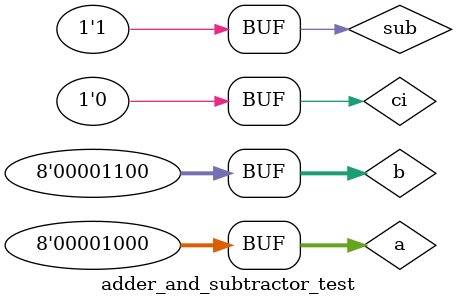
<source format=sv>
module adder_and_subtractor_test ();
	
	localparam DATA_WIDTH = 8;
	
	reg [DATA_WIDTH-1:0] a, b;
	reg ci, sub;
	
	wire [DATA_WIDTH-1:0] s;
	wire co;
	
	adder_and_subtractor #(
		.DATA_WIDTH(DATA_WIDTH)
	) add(
		.A(a),
		.B(b),
		.CI(ci),
		.SUB(sub),
		.S(s),
		.CO(co)
	);
	
	initial begin
		sub = 0;
		// adder test
		a[DATA_WIDTH-1:0] = 100;
		b[DATA_WIDTH-1:0] = 16;
		ci = 0;
		#10;
		assert(s[DATA_WIDTH-1:0] == 100 + 16);
		assert(co == 0);		
		
		ci = 1;
		#10;
		assert(s[DATA_WIDTH-1:0] == 100 + 16 + 1);
		assert(co == 0);		
		
		ci = 0;
		a[DATA_WIDTH-1:0] = 200;
		b[DATA_WIDTH-1:0] = 200;
		#10;
		assert(s[DATA_WIDTH-1:0] == 400 - 256);
		assert(co == 1);		

		sub = 1;
		// subractor test
		a[DATA_WIDTH-1:0] = 100;
		b[DATA_WIDTH-1:0] = 16;
		ci = 0;
		#10;
		assert(s[DATA_WIDTH-1:0] == 100 - 16);
		assert(co == 0);		
		
		ci = 1;
		#10;
		assert(s[DATA_WIDTH-1:0] == 100 - 16 - 1);
		assert(co == 0);		
		
		ci = 0;
		a[DATA_WIDTH-1:0] = 200;
		b[DATA_WIDTH-1:0] = 200;
		#10;
		assert(s[DATA_WIDTH-1:0] == 0);
		assert(co == 0);
		
		ci = 0;
		a[DATA_WIDTH-1:0] = 8;
		b[DATA_WIDTH-1:0] = 12;
		#10;
		assert(s[DATA_WIDTH-1:0] == 8 - 12);
		assert(co == 1);		
	end

endmodule

</source>
